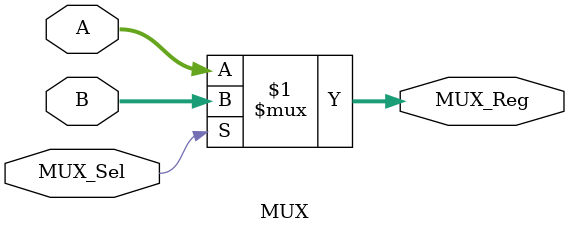
<source format=v>
`timescale 1ns / 1ps

module MUX (
  input  [7:0] A,        // 4-bit input operand A
  input  [7:0] B,        // 4-bit input operand B
  input  MUX_Sel,       // Operation selector
  output [7:0] MUX_Reg   // 4-bit result
);

assign MUX_Reg = MUX_Sel ? B : A;  // Explicit assignment for clarity

endmodule

</source>
